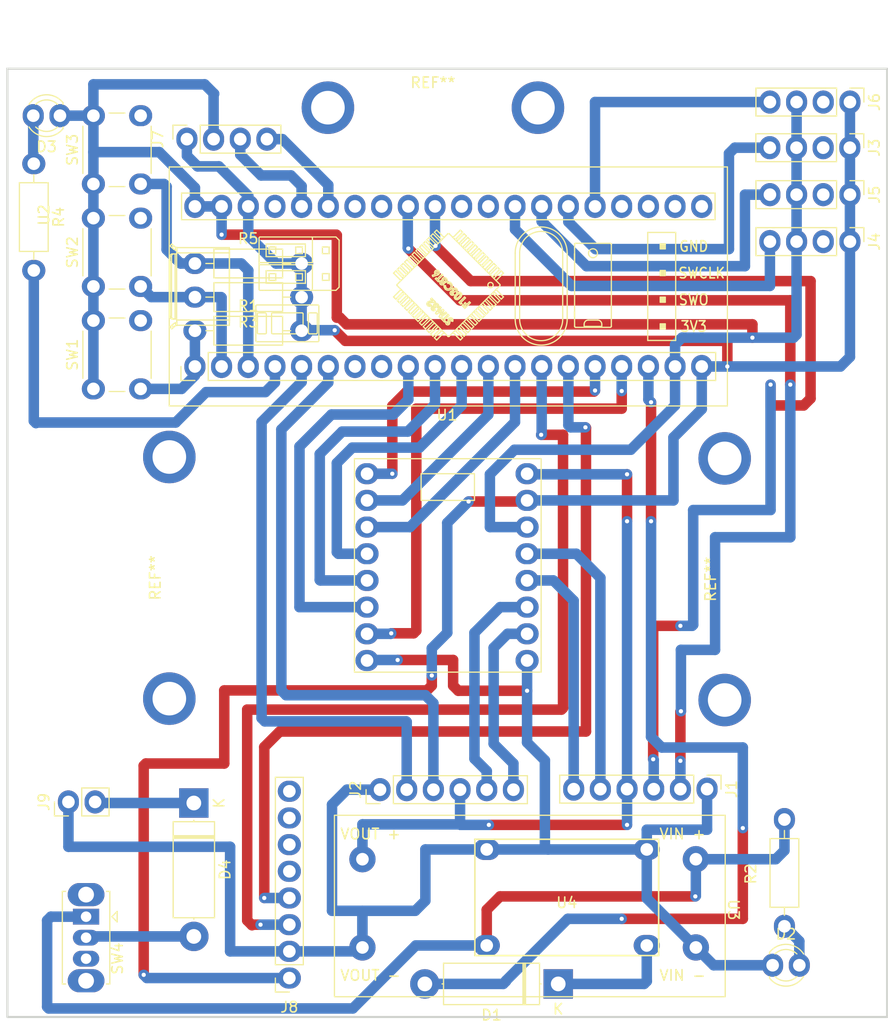
<source format=kicad_pcb>
(kicad_pcb (version 20211014) (generator pcbnew)
  (layers (0 "F.Cu" signal) (31 "B.Cu" signal) (34 "B.Paste" user) (35 "F.Paste" user) (36 "B.SilkS" user "B.Silkscreen") (37 "F.SilkS" user "F.Silkscreen") (38 "B.Mask" user) (39 "F.Mask" user) (44 "Edge.Cuts" user))
  (net 0 "")
  (net 1 "GND")
  (net 2 "Net-(D1-Pad2)")
  (net 3 "Net-(D2-Pad2)")
  (net 4 "Net-(D3-Pad2)")
  (net 10 "/AO1")
  (net 11 "/AO2")
  (net 12 "/VOut")
  (net 13 "/MA1")
  (net 14 "/MA2")
  (net 15 "/BO1")
  (net 16 "/BO2")
  (net 17 "/MB1")
  (net 18 "/MB2")
  (net 19 "/3.3v")
  (net 20 "/SHARP_D")
  (net 21 "/SHARP_I")
  (net 22 "/SHARP_C")
  (net 23 "/CNY70")
  (net 24 "/SCL")
  (net 25 "/SDA")
  (net 26 "/BTN1")
  (net 27 "/VIn")
  (net 28 "/BTN2")
  (net 29 "/Led")
  (net 30 "/BTN3")
  (net 31 "/PWMA")
  (net 32 "/AIN2")
  (net 33 "/AIN1")
  (net 34 "/STBY")
  (net 35 "/BIN1")
  (net 36 "/BIN2")
  (net 37 "/PWMB")
  (net 38 "/5v")
  (net 48 "Net-(D4-Pad1)")
  (net 49 "Net-(D4-Pad2)")
  (net 50 "/RX")
  (net 51 "/TX")
  (footprint "Connector_PinHeader_2.54mm:PinHeader_1x04_P2.54mm_Vertical" (layer "F.Cu") (at 258.3588 35.2044 -90)
    (fp_text reference "J4")
    (fp_text value "Conn_01x04_Male")
  )
  (footprint "Resistor_THT:R_Axial_DIN0207_L6.3mm_D2.5mm_P10.16mm_Horizontal" (layer "F.Cu") (at 252.1204 100.3808 90)
    (fp_text reference "R2")
    (fp_text value "R")
  )
  (footprint "LED_THT:LED_D3.0mm" (layer "F.Cu") (at 250.9978 104.0892)
    (fp_text reference "D2")
    (fp_text value "LED")
  )
  (footprint "Button_Switch_THT:SW_PUSH_6mm" (layer "F.Cu") (at 186.3196 49.224 90)
    (fp_text reference "SW1")
    (fp_text value "SW_Push")
  )
  (footprint "Resistor_THT:R_Axial_DIN0207_L6.3mm_D2.5mm_P10.16mm_Horizontal" (layer "F.Cu") (at 195.9864 43.688)
    (fp_text reference "R1")
    (fp_text value "R")
  )
  (footprint "Mini360_step-down:Mini360_step-down" (layer "F.Cu") (at 231.394 97.6376)
    (fp_text reference "U4")
    (fp_text value "Mini360")
  )
  (footprint "Resistor_THT:R_Axial_DIN0207_L6.3mm_D2.5mm_P10.16mm_Horizontal" (layer "F.Cu") (at 195.9864 37.2872)
    (fp_text reference "R5")
    (fp_text value "R")
  )
  (footprint "Footprints:YAAJ_BluePill_1" (layer "F.Cu") (at 195.9864 47.0916 90)
    (fp_text reference "U2")
    (fp_text value "YAAJ_BluePill_Part_Like_SWD_Breakout" hide)
  )
  (footprint "Connector_PinSocket_2.54mm:PinSocket_1x08_P2.54mm_Vertical" (layer "F.Cu") (at 204.978 105.3084 180)
    (fp_text reference "J8")
    (fp_text value "Conn_01x08_Female")
  )
  (footprint "Connector_PinHeader_2.54mm:PinHeader_1x04_P2.54mm_Vertical" (layer "F.Cu") (at 258.3588 30.734 -90)
    (fp_text reference "J5")
    (fp_text value "Conn_01x04_Male")
  )
  (footprint "Button_Switch_THT:SW_Slide_1P2T_CK_OS102011MS2Q" (layer "F.Cu") (at 185.6232 99.4664 -90)
    (fp_text reference "SW4")
    (fp_text value "SW_DPDT_x2")
  )
  (footprint "Connector_PinHeader_2.54mm:PinHeader_1x04_P2.54mm_Vertical" (layer "F.Cu") (at 258.3488 26.2636 -90)
    (fp_text reference "J3")
    (fp_text value "Conn_01x04_Male")
  )
  (footprint "Connector_PinHeader_2.54mm:PinHeader_1x04_P2.54mm_Vertical" (layer "F.Cu") (at 258.3588 21.9184 -90)
    (fp_text reference "J6")
    (fp_text value "Conn_01x04_Male")
  )
  (footprint "Connector_PinHeader_2.54mm:PinHeader_1x02_P2.54mm_Vertical" (layer "F.Cu") (at 183.9418 88.5444 90)
    (fp_text reference "J9")
    (fp_text value "Conn_01x02_Male")
  )
  (footprint "Connector_PinSocket_2.54mm:PinSocket_1x04_P2.54mm_Vertical" (layer "F.Cu") (at 195.2244 25.4508 90)
    (fp_text reference "J7")
    (fp_text value "Conn_01x04_Female")
  )
  (footprint "Connector_PinHeader_2.54mm:PinHeader_1x06_P2.54mm_Vertical" (layer "F.Cu") (at 244.7544 87.3252 -90)
    (fp_text reference "J1")
    (fp_text value "Conn_01x06_Female")
  )
  (footprint "Button_Switch_THT:SW_PUSH_6mm" (layer "F.Cu") (at 186.3196 39.4704 90)
    (fp_text reference "SW2")
    (fp_text value "SW_Push")
  )
  (footprint "Resistor_THT:R_Axial_DIN0207_L6.3mm_D2.5mm_P10.16mm_Horizontal" (layer "F.Cu") (at 180.6448 27.7876 -90)
    (fp_text reference "R4")
    (fp_text value "R")
  )
  (footprint "LED_THT:LED_D3.0mm" (layer "F.Cu") (at 183.134 23.2156 180)
    (fp_text reference "D3")
    (fp_text value "LED")
  )
  (footprint "Connector_PinHeader_2.54mm:PinHeader_1x06_P2.54mm_Vertical" (layer "F.Cu") (at 213.614 87.376 90)
    (fp_text reference "J2")
    (fp_text value "Conn_01x06_Female")
  )
  (footprint "propios:MT3608" (layer "F.Cu") (at 246.4816 98.1964 -90)
    (fp_text reference "U3")
    (fp_text value "Mt3608")
  )
  (footprint "propios:tb6612fng" (layer "F.Cu") (at 219.9956 52.2196)
    (fp_text reference "U1")
    (fp_text value "tb6612fng")
  )
  (footprint "propios:MotorHolder" (layer "F.Cu") (at 234.9308 67.3416 90)
    (fp_text reference "REF**")
    (fp_text value "MotorHolder")
  )
  (footprint "Resistor_THT:R_Axial_DIN0207_L6.3mm_D2.5mm_P10.16mm_Horizontal" (layer "F.Cu") (at 206.1464 40.4876 180)
    (fp_text reference "R3")
    (fp_text value "R")
  )
  (footprint "Diode_THT:D_5W_P12.70mm_Horizontal" (layer "F.Cu") (at 230.5812 105.8672 180)
    (fp_text reference "D1")
    (fp_text value "DIODE")
  )
  (footprint "Diode_THT:D_5W_P12.70mm_Horizontal" (layer "F.Cu") (at 195.8848 88.646 -90)
    (fp_text reference "D4")
    (fp_text value "DIODE")
  )
  (footprint "propios:MotorHolder" (layer "F.Cu") (at 182.0502 67.2084 90)
    (fp_text reference "REF**")
    (fp_text value "MotorHolder")
  )
  (footprint "propios:SharpHolder" (layer "F.Cu") (at 218.6508 12.4536)
    (fp_text reference "REF**")
    (fp_text value "SharpHolder")
  )
  (footprint "Button_Switch_THT:SW_PUSH_6mm" (layer "F.Cu") (at 186.3196 29.7168 90)
    (fp_text reference "SW3")
    (fp_text value "SW_Push")
  )
  (gr_rect (start 178.1302 18.7452) (end 261.8994 109.0168) (layer "Edge.Cuts") (width 0.2) (fill none))
  (segment (start 209.4484 34.544) (end 198.5264 34.544) (width 1) (layer "F.Cu") (net 1))
  (segment (start 221.0624 77.9588) (end 220.5736 77.47) (width 1) (layer "F.Cu") (net 1))
  (segment (start 210.433578 43.0784) (end 209.792858 42.43768) (width 1) (layer "F.Cu") (net 1))
  (segment (start 227.6156 77.9588) (end 221.0624 77.9588) (width 1) (layer "F.Cu") (net 1))
  (segment (start 209.792858 42.43768) (end 209.4992 42.43768) (width 1) (layer "F.Cu") (net 1))
  (segment (start 209.4992 34.5948) (end 209.4484 34.544) (width 1) (layer "F.Cu") (net 1))
  (segment (start 249.0724 44.3484) (end 249.0724 43.0784) (width 1) (layer "F.Cu") (net 1))
  (segment (start 209.4992 42.43768) (end 209.4992 34.5948) (width 1) (layer "F.Cu") (net 1))
  (segment (start 220.5736 77.47) (end 220.5736 75.0316) (width 1) (layer "F.Cu") (net 1))
  (segment (start 220.5736 75.0316) (end 215.2904 75.0316) (width 1) (layer "F.Cu") (net 1))
  (segment (start 249.0724 43.0784) (end 210.433578 43.0784) (width 1) (layer "F.Cu") (net 1))
  (via (at 215.2904 75.0316) (size 0.8) (drill 0.4) (layers "F.Cu" "B.Cu") (net 1))
  (via (at 249.0724 44.3484) (size 0.8) (drill 0.4) (layers "F.Cu" "B.Cu") (net 1))
  (via (at 227.6156 77.9588) (size 0.8) (drill 0.4) (layers "F.Cu" "B.Cu") (net 1))
  (via (at 198.5264 34.544) (size 0.8) (drill 0.4) (layers "F.Cu" "B.Cu") (net 1))
  (segment (start 186.3196 26.6848) (end 186.3196 23.2168) (width 1) (layer "B.Cu") (net 1))
  (segment (start 239.014 93.0676) (end 239.014 91.186) (width 1) (layer "B.Cu") (net 1))
  (segment (start 239.014 97.7228) (end 239.014 93.0676) (width 1) (layer "B.Cu") (net 1))
  (segment (start 195.9864 31.8516) (end 198.5264 31.8516) (width 1) (layer "B.Cu") (net 1))
  (segment (start 241.7064 50.8) (end 241.7064 47.0916) (width 1) (layer "B.Cu") (net 1))
  (segment (start 217.93 93.0676) (end 223.774 93.0676) (width 1) (layer "B.Cu") (net 1))
  (segment (start 244.7544 91.186) (end 244.7544 87.3252) (width 1) (layer "B.Cu") (net 1))
  (segment (start 196.9156 20.2332) (end 197.8152 21.1328) (width 1) (layer "B.Cu") (net 1))
  (segment (start 224.076 57.356) (end 226.4156 55.0164) (width 1) (layer "B.Cu") (net 1))
  (segment (start 239.014 93.0676) (end 229.614 93.0676) (width 1) (layer "B.Cu") (net 1))
  (segment (start 197.8152 21.1328) (end 197.7644 21.1836) (width 1) (layer "B.Cu") (net 1))
  (segment (start 241.7064 47.0916) (end 241.7064 45.0088) (width 1) (layer "B.Cu") (net 1))
  (segment (start 186.3184 23.2156) (end 186.3196 23.2168) (width 1) (layer "B.Cu") (net 1))
  (segment (start 211.9376 98.9076) (end 209.042 98.9076) (width 1) (layer "B.Cu") (net 1))
  (segment (start 211.9376 102.3964) (end 211.9376 98.9076) (width 1) (layer "B.Cu") (net 1))
  (segment (start 211.5656 102.7684) (end 211.9376 102.3964) (width 1) (layer "B.Cu") (net 1))
  (segment (start 186.3196 49.224) (end 186.3196 29.7168) (width 1) (layer "B.Cu") (net 1))
  (segment (start 210.4644 87.376) (end 213.614 87.376) (width 1) (layer "B.Cu") (net 1))
  (segment (start 211.9376 102.3964) (end 211.9376 99.06) (width 1) (layer "B.Cu") (net 1))
  (segment (start 253.2788 21.9184) (end 253.2788 35.2044) (width 1) (layer "B.Cu") (net 1))
  (segment (start 186.3196 26.6848) (end 192.5976 26.6848) (width 1) (layer "B.Cu") (net 1))
  (segment (start 253.2788 44.0536) (end 253.2788 35.2044) (width 1) (layer "B.Cu") (net 1))
  (segment (start 192.5976 26.6848) (end 195.9864 30.0736) (width 1) (layer "B.Cu") (net 1))
  (segment (start 250.9978 104.0892) (end 245.3804 104.0892) (width 1) (layer "B.Cu") (net 1))
  (segment (start 224.076 62.3796) (end 224.076 57.356) (width 1) (layer "B.Cu") (net 1))
  (segment (start 243.6876 102.3964) (end 239.014 97.7228) (width 1) (layer "B.Cu") (net 1))
  (segment (start 226.4156 55.0164) (end 237.49 55.0164) (width 1) (layer "B.Cu") (net 1))
  (segment (start 195.9864 30.0736) (end 195.9864 31.8516) (width 1) (layer "B.Cu") (net 1))
  (segment (start 204.978 102.7684) (end 211.5656 102.7684) (width 1) (layer "B.Cu") (net 1))
  (segment (start 252.984 44.3484) (end 253.2788 44.0536) (width 1) (layer "B.Cu") (net 1))
  (segment (start 227.6156 82.8864) (end 229.3112 84.582) (width 1) (layer "B.Cu") (net 1))
  (segment (start 227.6156 75.0796) (end 227.6156 77.9588) (width 1) (layer "B.Cu") (net 1))
  (segment (start 199.3392 92.8116) (end 183.9418 92.8116) (width 1) (layer "B.Cu") (net 1))
  (segment (start 209.042 98.9076) (end 209.042 88.7984) (width 1) (layer "B.Cu") (net 1))
  (segment (start 229.3112 92.7648) (end 229.614 93.0676) (width 1) (layer "B.Cu") (net 1))
  (segment (start 199.3392 102.7684) (end 199.3392 92.8116) (width 1) (layer "B.Cu") (net 1))
  (segment (start 227.6156 77.9588) (end 227.6156 82.8864) (width 1) (layer "B.Cu") (net 1))
  (segment (start 245.3804 104.0892) (end 243.6876 102.3964) (width 1) (layer "B.Cu") (net 1))
  (segment (start 229.614 93.0676) (end 223.774 93.0676) (width 1) (layer "B.Cu") (net 1))
  (segment (start 237.49 55.0164) (end 241.7064 50.8) (width 1) (layer "B.Cu") (net 1))
  (segment (start 209.042 88.7984) (end 210.4644 87.376) (width 1) (layer "B.Cu") (net 1))
  (segment (start 186.3196 29.7168) (end 186.3196 26.6848) (width 1) (layer "B.Cu") (net 1))
  (segment (start 183.134 23.2156) (end 186.3184 23.2156) (width 1) (layer "B.Cu") (net 1))
  (segment (start 212.4236 75.0316) (end 212.3756 75.0796) (width 1) (layer "B.Cu") (net 1))
  (segment (start 198.5264 34.544) (end 198.5264 31.8516) (width 1) (layer "B.Cu") (net 1))
  (segment (start 217.93 97.9444) (end 217.93 93.0676) (width 1) (layer "B.Cu") (net 1))
  (segment (start 204.978 102.7684) (end 199.3392 102.7684) (width 1) (layer "B.Cu") (net 1))
  (segment (start 241.7064 45.0088) (end 242.3668 44.3484) (width 1) (layer "B.Cu") (net 1))
  (segment (start 216.9668 98.9076) (end 217.93 97.9444) (width 1) (layer "B.Cu") (net 1))
  (segment (start 227.6156 62.3796) (end 224.076 62.3796) (width 1) (layer "B.Cu") (net 1))
  (segment (start 186.3196 20.2332) (end 196.9156 20.2332) (width 1) (layer "B.Cu") (net 1))
  (segment (start 242.3668 44.3484) (end 252.984 44.3484) (width 1) (layer "B.Cu") (net 1))
  (segment (start 197.7644 21.1836) (end 197.7644 25.4508) (width 1) (layer "B.Cu") (net 1))
  (segment (start 211.9376 98.9076) (end 216.9668 98.9076) (width 1) (layer "B.Cu") (net 1))
  (segment (start 186.3196 23.2168) (end 186.3196 20.2332) (width 1) (layer "B.Cu") (net 1))
  (segment (start 229.3112 84.582) (end 229.3112 92.7648) (width 1) (layer "B.Cu") (net 1))
  (segment (start 215.2904 75.0316) (end 212.4236 75.0316) (width 1) (layer "B.Cu") (net 1))
  (segment (start 239.014 91.186) (end 244.7544 91.186) (width 1) (layer "B.Cu") (net 1))
  (segment (start 183.9418 92.8116) (end 183.9418 88.5444) (width 1) (layer "B.Cu") (net 1))
  (segment (start 236.6264 99.6696) (end 248.158 99.6696) (width 1) (layer "F.Cu") (net 2))
  (segment (start 239.4204 50.4952) (end 239.4204 61.8236) (width 1) (layer "F.Cu") (net 2))
  (segment (start 248.158 99.6696) (end 248.158 91.0336) (width 1) (layer "F.Cu") (net 2))
  (via (at 239.4204 50.4952) (size 0.8) (drill 0.4) (layers "F.Cu" "B.Cu") (net 2))
  (via (at 236.6264 99.6696) (size 0.8) (drill 0.4) (layers "F.Cu" "B.Cu") (net 2))
  (via (at 248.158 91.0336) (size 0.8) (drill 0.4) (layers "F.Cu" "B.Cu") (net 2))
  (via (at 239.4204 61.8236) (size 0.8) (drill 0.4) (layers "F.Cu" "B.Cu") (net 2))
  (segment (start 239.1664 50.2412) (end 239.1664 47.0916) (width 1) (layer "B.Cu") (net 2))
  (segment (start 236.6264 99.6696) (end 231.4956 99.6696) (width 1) (layer "B.Cu") (net 2))
  (segment (start 231.4956 99.6696) (end 225.6028 105.5624) (width 1) (layer "B.Cu") (net 2))
  (segment (start 239.4204 50.4952) (end 239.1664 50.2412) (width 1) (layer "B.Cu") (net 2))
  (segment (start 225.6028 105.5624) (end 225.6028 105.6132) (width 1) (layer "B.Cu") (net 2))
  (segment (start 248.158 83.3628) (end 240.4364 83.3628) (width 1) (layer "B.Cu") (net 2))
  (segment (start 239.4204 82.3468) (end 239.4204 61.8236) (width 1) (layer "B.Cu") (net 2))
  (segment (start 225.6028 105.6132) (end 225.3488 105.8672) (width 1) (layer "B.Cu") (net 2))
  (segment (start 240.4364 83.3628) (end 239.4204 82.3468) (width 1) (layer "B.Cu") (net 2))
  (segment (start 248.158 91.0336) (end 248.158 83.3628) (width 1) (layer "B.Cu") (net 2))
  (segment (start 225.3488 105.8672) (end 217.8812 105.8672) (width 1) (layer "B.Cu") (net 2))
  (segment (start 253.5378 104.0892) (end 253.5378 101.7982) (width 1) (layer "B.Cu") (net 3))
  (segment (start 253.5378 101.7982) (end 252.1204 100.3808) (width 1) (layer "B.Cu") (net 3))
  (segment (start 180.594 23.2156) (end 180.594 27.7368) (width 1) (layer "B.Cu") (net 4))
  (segment (start 180.594 27.7368) (end 180.6448 27.7876) (width 1) (layer "B.Cu") (net 4))
  (segment (start 232.3056 64.9196) (end 234.5944 67.2084) (width 1) (layer "B.Cu") (net 10))
  (segment (start 227.6156 64.9196) (end 232.3056 64.9196) (width 1) (layer "B.Cu") (net 10))
  (segment (start 234.5944 67.2084) (end 234.5944 87.3252) (width 1) (layer "B.Cu") (net 10))
  (segment (start 230.1212 67.4596) (end 227.6156 67.4596) (width 1) (layer "B.Cu") (net 11))
  (segment (start 232.0544 69.3928) (end 230.1212 67.4596) (width 1) (layer "B.Cu") (net 11))
  (segment (start 232.0544 87.3252) (end 232.0544 69.3928) (width 1) (layer "B.Cu") (net 11))
  (segment (start 237.1344 57.3532) (end 237.1344 61.8236) (width 1) (layer "F.Cu") (net 12))
  (segment (start 237.1344 90.7288) (end 223.9772 90.7288) (width 1) (layer "F.Cu") (net 12))
  (via (at 223.9772 90.7288) (size 0.8) (drill 0.4) (layers "F.Cu" "B.Cu") (net 12))
  (via (at 237.1344 61.8236) (size 0.8) (drill 0.4) (layers "F.Cu" "B.Cu") (net 12))
  (via (at 237.1344 57.3532) (size 0.8) (drill 0.4) (layers "F.Cu" "B.Cu") (net 12))
  (via (at 237.1344 90.7288) (size 0.8) (drill 0.4) (layers "F.Cu" "B.Cu") (net 12))
  (segment (start 223.9772 90.7288) (end 221.2848 90.7288) (width 1) (layer "B.Cu") (net 12))
  (segment (start 221.234 90.678) (end 221.234 87.376) (width 1) (layer "B.Cu") (net 12))
  (segment (start 211.9376 90.678) (end 221.234 90.678) (width 1) (layer "B.Cu") (net 12))
  (segment (start 211.9376 93.9964) (end 211.9376 90.678) (width 1) (layer "B.Cu") (net 12))
  (segment (start 227.6692 57.3532) (end 227.6156 57.2996) (width 1) (layer "B.Cu") (net 12))
  (segment (start 237.1344 87.3252) (end 237.1344 90.7288) (width 1) (layer "B.Cu") (net 12))
  (segment (start 237.1344 57.3532) (end 227.6692 57.3532) (width 1) (layer "B.Cu") (net 12))
  (segment (start 221.2848 90.7288) (end 221.234 90.678) (width 1) (layer "B.Cu") (net 12))
  (segment (start 237.1344 61.8236) (end 237.1344 87.3252) (width 1) (layer "B.Cu") (net 12))
  (segment (start 252.6792 40.7924) (end 221.234 40.7924) (width 1) (layer "F.Cu") (net 13))
  (segment (start 242.2144 79.9592) (end 242.2652 79.9084) (width 1) (layer "F.Cu") (net 13))
  (segment (start 252.6792 48.8188) (end 252.6792 40.7924) (width 1) (layer "F.Cu") (net 13))
  (segment (start 221.234 40.7924) (end 216.3064 35.8648) (width 1) (layer "F.Cu") (net 13))
  (segment (start 242.2144 84.6328) (end 242.2144 79.9592) (width 1) (layer "F.Cu") (net 13))
  (via (at 216.3064 35.8648) (size 0.8) (drill 0.4) (layers "F.Cu" "B.Cu") (net 13))
  (via (at 242.2652 79.9084) (size 0.8) (drill 0.4) (layers "F.Cu" "B.Cu") (net 13))
  (via (at 242.2144 84.6328) (size 0.8) (drill 0.4) (layers "F.Cu" "B.Cu") (net 13))
  (via (at 252.6792 48.8188) (size 0.8) (drill 0.4) (layers "F.Cu" "B.Cu") (net 13))
  (segment (start 242.2144 87.3252) (end 242.2144 84.6328) (width 1) (layer "B.Cu") (net 13))
  (segment (start 216.2556 31.9024) (end 216.3064 31.8516) (width 1) (layer "B.Cu") (net 13))
  (segment (start 245.5164 74.0664) (end 242.2652 74.0664) (width 1) (layer "B.Cu") (net 13))
  (segment (start 242.2652 74.0664) (end 242.2652 79.9084) (width 1) (layer "B.Cu") (net 13))
  (segment (start 216.2556 35.814) (end 216.2556 31.9024) (width 1) (layer "B.Cu") (net 13))
  (segment (start 216.3064 35.8648) (end 216.2556 35.814) (width 1) (layer "B.Cu") (net 13))
  (segment (start 252.6792 63.3476) (end 245.5164 63.3476) (width 1) (layer "B.Cu") (net 13))
  (segment (start 252.6792 48.8188) (end 252.6792 63.3476) (width 1) (layer "B.Cu") (net 13))
  (segment (start 245.5164 63.3476) (end 245.5164 74.0664) (width 1) (layer "B.Cu") (net 13))
  (segment (start 239.6236 71.7804) (end 239.6236 84.4804) (width 1) (layer "F.Cu") (net 14))
  (segment (start 254.6096 38.9636) (end 254.6096 50.1396) (width 1) (layer "F.Cu") (net 14))
  (segment (start 250.7996 50.8) (end 250.7996 48.8188) (width 1) (layer "F.Cu") (net 14))
  (segment (start 253.9492 50.8) (end 250.7996 50.8) (width 1) (layer "F.Cu") (net 14))
  (segment (start 254.6096 50.1396) (end 253.9492 50.8) (width 1) (layer "F.Cu") (net 14))
  (segment (start 218.8972 35.6108) (end 222.25 38.9636) (width 1) (layer "F.Cu") (net 14))
  (segment (start 222.25 38.9636) (end 254.6096 38.9636) (width 1) (layer "F.Cu") (net 14))
  (segment (start 242.2144 71.7804) (end 239.6236 71.7804) (width 1) (layer "F.Cu") (net 14))
  (via (at 250.7996 48.8188) (size 0.8) (drill 0.4) (layers "F.Cu" "B.Cu") (net 14))
  (via (at 218.8972 35.6108) (size 0.8) (drill 0.4) (layers "F.Cu" "B.Cu") (net 14))
  (via (at 239.6236 84.4804) (size 0.8) (drill 0.4) (layers "F.Cu" "B.Cu") (net 14))
  (via (at 242.2144 71.7804) (size 0.8) (drill 0.4) (layers "F.Cu" "B.Cu") (net 14))
  (segment (start 239.6744 87.3252) (end 239.6744 84.5312) (width 1) (layer "B.Cu") (net 14))
  (segment (start 243.4336 71.6788) (end 243.4336 60.7568) (width 1) (layer "B.Cu") (net 14))
  (segment (start 243.332 71.7804) (end 243.4336 71.6788) (width 1) (layer "B.Cu") (net 14))
  (segment (start 250.7996 60.7568) (end 250.7996 48.8188) (width 1) (layer "B.Cu") (net 14))
  (segment (start 218.8464 35.56) (end 218.8972 35.6108) (width 1) (layer "B.Cu") (net 14))
  (segment (start 239.6744 84.5312) (end 239.6236 84.4804) (width 1) (layer "B.Cu") (net 14))
  (segment (start 242.2144 71.7804) (end 243.332 71.7804) (width 1) (layer "B.Cu") (net 14))
  (segment (start 218.8464 31.8516) (end 218.8464 35.56) (width 1) (layer "B.Cu") (net 14))
  (segment (start 243.4336 60.7568) (end 250.7996 60.7568) (width 1) (layer "B.Cu") (net 14))
  (segment (start 224.4344 73.8632) (end 225.758 72.5396) (width 1) (layer "B.Cu") (net 15))
  (segment (start 224.4344 83.0072) (end 224.4344 73.8632) (width 1) (layer "B.Cu") (net 15))
  (segment (start 225.758 72.5396) (end 227.6156 72.5396) (width 1) (layer "B.Cu") (net 15))
  (segment (start 226.314 84.8868) (end 224.4344 83.0072) (width 1) (layer "B.Cu") (net 15))
  (segment (start 226.314 87.376) (end 226.314 84.8868) (width 1) (layer "B.Cu") (net 15))
  (segment (start 223.774 87.376) (end 223.774 85.598) (width 1) (layer "B.Cu") (net 16))
  (segment (start 225.0468 69.9996) (end 227.6156 69.9996) (width 1) (layer "B.Cu") (net 16))
  (segment (start 222.6056 84.4296) (end 222.6056 72.4408) (width 1) (layer "B.Cu") (net 16))
  (segment (start 222.6056 72.4408) (end 225.0468 69.9996) (width 1) (layer "B.Cu") (net 16))
  (segment (start 223.774 85.598) (end 222.6056 84.4296) (width 1) (layer "B.Cu") (net 16))
  (segment (start 202.6412 80.8736) (end 216.1032 80.8736) (width 1) (layer "B.Cu") (net 17))
  (segment (start 202.3364 80.5688) (end 202.6412 80.8736) (width 1) (layer "B.Cu") (net 17))
  (segment (start 206.1464 47.0916) (end 206.1464 48.5648) (width 1) (layer "B.Cu") (net 17))
  (segment (start 202.3364 52.3748) (end 202.3364 80.5688) (width 1) (layer "B.Cu") (net 17))
  (segment (start 216.154 80.9244) (end 216.1032 80.8736) (width 1) (layer "B.Cu") (net 17))
  (segment (start 216.154 87.376) (end 216.154 80.9244) (width 1) (layer "B.Cu") (net 17))
  (segment (start 206.1464 48.5648) (end 202.3364 52.3748) (width 1) (layer "B.Cu") (net 17))
  (segment (start 217.932 78.3844) (end 204.6732 78.3844) (width 1) (layer "B.Cu") (net 18))
  (segment (start 204.216 53.086) (end 208.6864 48.6156) (width 1) (layer "B.Cu") (net 18))
  (segment (start 218.694 79.1464) (end 217.932 78.3844) (width 1) (layer "B.Cu") (net 18))
  (segment (start 208.6864 48.6156) (end 208.6864 47.0916) (width 1) (layer "B.Cu") (net 18))
  (segment (start 204.216 77.9272) (end 204.216 53.086) (width 1) (layer "B.Cu") (net 18))
  (segment (start 218.694 87.376) (end 218.694 79.1464) (width 1) (layer "B.Cu") (net 18))
  (segment (start 204.6732 78.3844) (end 204.216 77.9272) (width 1) (layer "B.Cu") (net 18))
  (segment (start 218.0844 77.9272) (end 198.7804 77.9272) (width 1) (layer "F.Cu") (net 19))
  (segment (start 246.6848 47.0916) (end 246.6848 44.6532) (width 1) (layer "F.Cu") (net 19))
  (segment (start 246.6848 44.6532) (end 210.312 44.6532) (width 1) (layer "F.Cu") (net 19))
  (segment (start 198.7804 77.9272) (end 198.7804 84.8868) (width 1) (layer "F.Cu") (net 19))
  (segment (start 222.0468 59.944) (end 227.5112 59.944) (width 1) (layer "F.Cu") (net 19))
  (segment (start 218.5416 76.5048) (end 218.5416 77.47) (width 1) (layer "F.Cu") (net 19))
  (segment (start 210.312 44.6532) (end 209.296 43.6372) (width 1) (layer "F.Cu") (net 19))
  (segment (start 218.5416 77.47) (end 218.0844 77.9272) (width 1) (layer "F.Cu") (net 19))
  (segment (start 227.5112 59.944) (end 227.6156 59.8396) (width 1) (layer "F.Cu") (net 19))
  (segment (start 191.1096 85.09) (end 191.1096 105.0036) (width 1) (layer "F.Cu") (net 19))
  (segment (start 191.3128 84.8868) (end 191.1096 85.09) (width 1) (layer "F.Cu") (net 19))
  (segment (start 198.7804 84.8868) (end 191.3128 84.8868) (width 1) (layer "F.Cu") (net 19))
  (via (at 246.6848 47.0916) (size 0.8) (drill 0.4) (layers "F.Cu" "B.Cu") (net 19))
  (via (at 218.5416 76.5048) (size 0.8) (drill 0.4) (layers "F.Cu" "B.Cu") (net 19))
  (via (at 222.0468 59.944) (size 0.8) (drill 0.4) (layers "F.Cu" "B.Cu") (net 19))
  (via (at 191.1096 105.0036) (size 0.8) (drill 0.4) (layers "F.Cu" "B.Cu") (net 19))
  (via (at 209.296 43.6372) (size 0.8) (drill 0.4) (layers "F.Cu" "B.Cu") (net 19))
  (segment (start 201.0664 30.8356) (end 198.2724 28.0416) (width 1) (layer "B.Cu") (net 19))
  (segment (start 258.3588 46.1872) (end 258.3588 35.2044) (width 1) (layer "B.Cu") (net 19))
  (segment (start 220.0148 61.976) (end 222.0468 59.944) (width 1) (layer "B.Cu") (net 19))
  (segment (start 203.708 37.2872) (end 206.1464 37.2872) (width 1) (layer "B.Cu") (net 19))
  (segment (start 241.554 59.8396) (end 241.554 53.848) (width 1) (layer "B.Cu") (net 19))
  (segment (start 209.296 43.6372) (end 206.1972 43.6372) (width 1) (layer "B.Cu") (net 19))
  (segment (start 201.0664 31.8516) (end 201.0664 30.8356) (width 1) (layer "B.Cu") (net 19))
  (segment (start 198.2724 28.0416) (end 196.2404 28.0416) (width 1) (layer "B.Cu") (net 19))
  (segment (start 258.3588 21.9184) (end 258.3588 35.2044) (width 1) (layer "B.Cu") (net 19))
  (segment (start 218.5416 76.5048) (end 218.5416 73.914) (width 1) (layer "B.Cu") (net 19))
  (segment (start 204.978 105.3084) (end 191.4144 105.3084) (width 1) (layer "B.Cu") (net 19))
  (segment (start 227.6156 59.8396) (end 241.554 59.8396) (width 1) (layer "B.Cu") (net 19))
  (segment (start 218.5416 73.914) (end 220.0148 72.4408) (width 1) (layer "B.Cu") (net 19))
  (segment (start 244.2464 47.0916) (end 257.4544 47.0916) (width 1) (layer "B.Cu") (net 19))
  (segment (start 241.554 53.848) (end 244.2464 51.1556) (width 1) (layer "B.Cu") (net 19))
  (segment (start 201.0664 31.8516) (end 201.0664 34.6456) (width 1) (layer "B.Cu") (net 19))
  (segment (start 195.2244 27.0256) (end 196.2404 28.0416) (width 1) (layer "B.Cu") (net 19))
  (segment (start 220.0148 72.4408) (end 220.0148 61.976) (width 1) (layer "B.Cu") (net 19))
  (segment (start 201.0664 34.6456) (end 203.708 37.2872) (width 1) (layer "B.Cu") (net 19))
  (segment (start 191.4144 105.3084) (end 191.1096 105.0036) (width 1) (layer "B.Cu") (net 19))
  (segment (start 206.1972 43.6372) (end 206.1464 43.688) (width 1) (layer "B.Cu") (net 19))
  (segment (start 195.2244 25.4508) (end 195.2244 27.0256) (width 1) (layer "B.Cu") (net 19))
  (segment (start 206.1464 43.688) (end 206.1464 37.2872) (width 1) (layer "B.Cu") (net 19))
  (segment (start 257.4544 47.0916) (end 258.3588 46.1872) (width 1) (layer "B.Cu") (net 19))
  (segment (start 244.2464 51.1556) (end 244.2464 47.0916) (width 1) (layer "B.Cu") (net 19))
  (segment (start 231.5464 31.8516) (end 231.5464 33.3248) (width 1) (layer "B.Cu") (net 20))
  (segment (start 234.1372 35.9156) (end 246.8372 35.9156) (width 1) (layer "B.Cu") (net 20))
  (segment (start 231.5464 33.3248) (end 234.1372 35.9156) (width 1) (layer "B.Cu") (net 20))
  (segment (start 246.8372 26.8224) (end 247.396 26.2636) (width 1) (layer "B.Cu") (net 20))
  (segment (start 246.8372 35.9156) (end 246.8372 26.8224) (width 1) (layer "B.Cu") (net 20))
  (segment (start 247.396 26.2636) (end 250.7288 26.2636) (width 1) (layer "B.Cu") (net 20))
  (segment (start 250.7388 35.2044) (end 250.7388 39.4208) (width 1) (layer "B.Cu") (net 21))
  (segment (start 226.4664 34.036) (end 226.4664 31.8516) (width 1) (layer "B.Cu") (net 21))
  (segment (start 250.7388 39.4208) (end 231.8512 39.4208) (width 1) (layer "B.Cu") (net 21))
  (segment (start 231.8512 39.4208) (end 226.4664 34.036) (width 1) (layer "B.Cu") (net 21))
  (segment (start 229.0064 33.274) (end 229.0064 31.8516) (width 1) (layer "B.Cu") (net 22))
  (segment (start 250.7388 30.734) (end 248.3612 30.734) (width 1) (layer "B.Cu") (net 22))
  (segment (start 248.3612 30.734) (end 248.3612 37.5412) (width 1) (layer "B.Cu") (net 22))
  (segment (start 233.2736 37.5412) (end 229.0064 33.274) (width 1) (layer "B.Cu") (net 22))
  (segment (start 248.3612 37.5412) (end 233.2736 37.5412) (width 1) (layer "B.Cu") (net 22))
  (segment (start 234.0864 21.9184) (end 250.7388 21.9184) (width 1) (layer "B.Cu") (net 23))
  (segment (start 234.0864 31.8516) (end 234.0864 21.9184) (width 1) (layer "B.Cu") (net 23))
  (segment (start 228.9556 53.594) (end 231.0384 53.594) (width 1) (layer "F.Cu") (net 24))
  (segment (start 201.4728 100.2284) (end 202.2348 100.2284) (width 1) (layer "F.Cu") (net 24))
  (segment (start 201.422 100.2792) (end 201.4728 100.2284) (width 1) (layer "F.Cu") (net 24))
  (segment (start 200.9648 99.822) (end 201.422 100.2792) (width 1) (layer "F.Cu") (net 24))
  (segment (start 230.886 79.756) (end 200.9648 79.756) (width 1) (layer "F.Cu") (net 24))
  (segment (start 200.9648 79.756) (end 200.9648 99.822) (width 1) (layer "F.Cu") (net 24))
  (segment (start 231.0384 53.594) (end 231.0384 79.6036) (width 1) (layer "F.Cu") (net 24))
  (segment (start 231.0384 79.6036) (end 230.886 79.756) (width 1) (layer "F.Cu") (net 24))
  (via (at 202.2348 100.2284) (size 0.8) (drill 0.4) (layers "F.Cu" "B.Cu") (net 24))
  (via (at 228.9556 53.594) (size 0.8) (drill 0.4) (layers "F.Cu" "B.Cu") (net 24))
  (segment (start 229.0064 53.5432) (end 228.9556 53.594) (width 1) (layer "B.Cu") (net 24))
  (segment (start 229.0064 47.0916) (end 229.0064 53.5432) (width 1) (layer "B.Cu") (net 24))
  (segment (start 202.2348 100.2284) (end 204.978 100.2284) (width 1) (layer "B.Cu") (net 24))
  (segment (start 233.2228 52.9336) (end 233.172 52.8828) (width 1) (layer "F.Cu") (net 25))
  (segment (start 233.2228 81.8388) (end 233.2228 52.9336) (width 1) (layer "F.Cu") (net 25))
  (segment (start 202.5904 83.312) (end 204.0636 81.8388) (width 1) (layer "F.Cu") (net 25))
  (segment (start 202.5904 97.6884) (end 202.5904 83.312) (width 1) (layer "F.Cu") (net 25))
  (segment (start 204.0636 81.8388) (end 233.2228 81.8388) (width 1) (layer "F.Cu") (net 25))
  (via (at 202.5904 97.6884) (size 0.8) (drill 0.4) (layers "F.Cu" "B.Cu") (net 25))
  (via (at 233.172 52.8828) (size 0.8) (drill 0.4) (layers "F.Cu" "B.Cu") (net 25))
  (segment (start 231.7496 52.8828) (end 231.5464 52.6796) (width 1) (layer "B.Cu") (net 25))
  (segment (start 231.5464 52.6796) (end 231.5464 47.0916) (width 1) (layer "B.Cu") (net 25))
  (segment (start 233.172 52.8828) (end 231.7496 52.8828) (width 1) (layer "B.Cu") (net 25))
  (segment (start 204.978 97.6884) (end 202.5904 97.6884) (width 1) (layer "B.Cu") (net 25))
  (segment (start 195.9864 47.0916) (end 195.9864 47.9552) (width 1) (layer "B.Cu") (net 26))
  (segment (start 194.7176 49.224) (end 190.8196 49.224) (width 1) (layer "B.Cu") (net 26))
  (segment (start 195.9864 47.9552) (end 194.7176 49.224) (width 1) (layer "B.Cu") (net 26))
  (segment (start 195.9864 47.0916) (end 195.9864 43.688) (width 1) (layer "B.Cu") (net 26))
  (segment (start 223.774 98.806) (end 223.774 102.2076) (width 1) (layer "F.Cu") (net 27))
  (segment (start 243.6368 97.536) (end 225.044 97.536) (width 1) (layer "F.Cu") (net 27))
  (segment (start 225.044 97.536) (end 223.774 98.806) (width 1) (layer "F.Cu") (net 27))
  (via (at 243.6368 97.536) (size 0.8) (drill 0.4) (layers "F.Cu" "B.Cu") (net 27))
  (segment (start 243.6876 97.4852) (end 243.6368 97.536) (width 1) (layer "B.Cu") (net 27))
  (segment (start 217.0196 102.2076) (end 211.0232 108.204) (width 1) (layer "B.Cu") (net 27))
  (segment (start 181.9148 99.822) (end 181.9148 108.0516) (width 1) (layer "B.Cu") (net 27))
  (segment (start 252.1204 93.1672) (end 252.1204 90.2208) (width 1) (layer "B.Cu") (net 27))
  (segment (start 251.2912 93.9964) (end 252.1204 93.1672) (width 1) (layer "B.Cu") (net 27))
  (segment (start 185.6232 99.4664) (end 182.2704 99.4664) (width 1) (layer "B.Cu") (net 27))
  (segment (start 182.2704 99.4664) (end 181.9148 99.822) (width 1) (layer "B.Cu") (net 27))
  (segment (start 223.774 102.2076) (end 217.0196 102.2076) (width 1) (layer "B.Cu") (net 27))
  (segment (start 243.6876 93.9964) (end 243.6876 97.4852) (width 1) (layer "B.Cu") (net 27))
  (segment (start 251.9336 90.034) (end 252.1204 90.2208) (width 1) (layer "B.Cu") (net 27))
  (segment (start 243.8236 94.1324) (end 243.6876 93.9964) (width 1) (layer "B.Cu") (net 27))
  (segment (start 211.0232 108.204) (end 182.0672 108.204) (width 1) (layer "B.Cu") (net 27))
  (segment (start 243.6876 93.9964) (end 251.2912 93.9964) (width 1) (layer "B.Cu") (net 27))
  (segment (start 181.9148 108.0516) (end 182.0672 108.204) (width 1) (layer "B.Cu") (net 27))
  (segment (start 198.5264 47.0916) (end 198.5264 40.5384) (width 1) (layer "B.Cu") (net 28))
  (segment (start 198.4756 40.4876) (end 195.9864 40.4876) (width 1) (layer "B.Cu") (net 28))
  (segment (start 191.8368 40.4876) (end 190.8196 39.4704) (width 1) (layer "B.Cu") (net 28))
  (segment (start 195.9864 40.4876) (end 191.8368 40.4876) (width 1) (layer "B.Cu") (net 28))
  (segment (start 198.5264 40.5384) (end 198.4756 40.4876) (width 1) (layer "B.Cu") (net 28))
  (segment (start 180.6448 37.9476) (end 180.6448 52.2732) (width 1) (layer "B.Cu") (net 29))
  (segment (start 180.848 52.4764) (end 180.8988 52.4256) (width 1) (layer "B.Cu") (net 29))
  (segment (start 197.0532 49.53) (end 202.692 49.53) (width 1) (layer "B.Cu") (net 29))
  (segment (start 194.1576 52.4256) (end 197.0532 49.53) (width 1) (layer "B.Cu") (net 29))
  (segment (start 180.8988 52.4256) (end 194.1576 52.4256) (width 1) (layer "B.Cu") (net 29))
  (segment (start 202.692 49.53) (end 203.6064 48.6156) (width 1) (layer "B.Cu") (net 29))
  (segment (start 203.6064 48.6156) (end 203.6064 47.0916) (width 1) (layer "B.Cu") (net 29))
  (segment (start 180.6448 52.2732) (end 180.848 52.4764) (width 1) (layer "B.Cu") (net 29))
  (segment (start 193.0388 29.7168) (end 193.294 29.972) (width 1) (layer "B.Cu") (net 30))
  (segment (start 194.6148 37.2872) (end 193.294 35.9664) (width 1) (layer "B.Cu") (net 30))
  (segment (start 193.294 35.9664) (end 193.294 29.972) (width 1) (layer "B.Cu") (net 30))
  (segment (start 200.406 37.2872) (end 195.9864 37.2872) (width 1) (layer "B.Cu") (net 30))
  (segment (start 190.8196 29.7168) (end 193.0388 29.7168) (width 1) (layer "B.Cu") (net 30))
  (segment (start 195.9864 37.2872) (end 194.6148 37.2872) (width 1) (layer "B.Cu") (net 30))
  (segment (start 201.0664 37.9476) (end 200.406 37.2872) (width 1) (layer "B.Cu") (net 30))
  (segment (start 201.0664 47.0916) (end 201.0664 37.9476) (width 1) (layer "B.Cu") (net 30))
  (segment (start 233.9848 49.4792) (end 216.154 49.4792) (width 1) (layer "F.Cu") (net 31))
  (segment (start 234.0864 49.3776) (end 233.9848 49.4792) (width 1) (layer "F.Cu") (net 31))
  (segment (start 214.7824 50.8508) (end 214.7824 57.3024) (width 1) (layer "F.Cu") (net 31))
  (segment (start 216.154 49.4792) (end 214.7824 50.8508) (width 1) (layer "F.Cu") (net 31))
  (via (at 214.7824 57.3024) (size 0.8) (drill 0.4) (layers "F.Cu" "B.Cu") (net 31))
  (via (at 234.0864 49.3776) (size 0.8) (drill 0.4) (layers "F.Cu" "B.Cu") (net 31))
  (segment (start 212.3784 57.3024) (end 212.3756 57.2996) (width 1) (layer "B.Cu") (net 31))
  (segment (start 234.0864 47.0916) (end 234.0864 49.3776) (width 1) (layer "B.Cu") (net 31))
  (segment (start 214.7824 57.3024) (end 212.3784 57.3024) (width 1) (layer "B.Cu") (net 31))
  (segment (start 215.7504 59.8396) (end 223.9264 51.6636) (width 1) (layer "B.Cu") (net 32))
  (segment (start 212.3756 59.8396) (end 215.7504 59.8396) (width 1) (layer "B.Cu") (net 32))
  (segment (start 223.9264 51.6636) (end 223.9264 47.0916) (width 1) (layer "B.Cu") (net 32))
  (segment (start 216.4616 62.3796) (end 226.4664 52.3748) (width 1) (layer "B.Cu") (net 33))
  (segment (start 212.3756 62.3796) (end 216.4616 62.3796) (width 1) (layer "B.Cu") (net 33))
  (segment (start 226.4664 52.3748) (end 226.4664 47.0916) (width 1) (layer "B.Cu") (net 33))
  (segment (start 212.3756 64.9196) (end 209.6488 64.9196) (width 1) (layer "B.Cu") (net 34))
  (segment (start 217.3732 54.8132) (end 221.3864 50.8) (width 1) (layer "B.Cu") (net 34))
  (segment (start 210.9724 54.8132) (end 217.3732 54.8132) (width 1) (layer "B.Cu") (net 34))
  (segment (start 209.6488 64.9196) (end 209.4992 64.77) (width 1) (layer "B.Cu") (net 34))
  (segment (start 209.4992 56.2864) (end 210.9724 54.8132) (width 1) (layer "B.Cu") (net 34))
  (segment (start 209.4992 64.77) (end 209.4992 56.2864) (width 1) (layer "B.Cu") (net 34))
  (segment (start 221.3864 50.8) (end 221.3864 47.0916) (width 1) (layer "B.Cu") (net 34))
  (segment (start 207.8736 67.4116) (end 207.9216 67.4596) (width 1) (layer "B.Cu") (net 35))
  (segment (start 207.8736 55.4228) (end 207.8736 67.4116) (width 1) (layer "B.Cu") (net 35))
  (segment (start 218.8464 47.0916) (end 218.8464 50.6984) (width 1) (layer "B.Cu") (net 35))
  (segment (start 207.9216 67.4596) (end 212.3756 67.4596) (width 1) (layer "B.Cu") (net 35))
  (segment (start 210.0072 53.2892) (end 207.8736 55.4228) (width 1) (layer "B.Cu") (net 35))
  (segment (start 218.8464 50.6984) (end 216.2556 53.2892) (width 1) (layer "B.Cu") (net 35))
  (segment (start 216.2556 53.2892) (end 210.0072 53.2892) (width 1) (layer "B.Cu") (net 35))
  (segment (start 214.884 51.6636) (end 216.3064 50.2412) (width 1) (layer "B.Cu") (net 36))
  (segment (start 212.3756 69.9996) (end 205.9432 69.9996) (width 1) (layer "B.Cu") (net 36))
  (segment (start 208.9912 51.6636) (end 214.884 51.6636) (width 1) (layer "B.Cu") (net 36))
  (segment (start 205.9432 69.9996) (end 205.9432 54.7116) (width 1) (layer "B.Cu") (net 36))
  (segment (start 205.9432 54.7116) (end 208.9912 51.6636) (width 1) (layer "B.Cu") (net 36))
  (segment (start 216.3064 50.2412) (end 216.3064 47.0916) (width 1) (layer "B.Cu") (net 36))
  (segment (start 217.0684 51.1048) (end 217.0684 72.2376) (width 1) (layer "F.Cu") (net 37))
  (segment (start 236.6264 51.1048) (end 217.0684 51.1048) (width 1) (layer "F.Cu") (net 37))
  (segment (start 236.6264 49.4284) (end 236.6264 51.1048) (width 1) (layer "F.Cu") (net 37))
  (segment (start 217.0684 72.2376) (end 216.8144 72.4916) (width 1) (layer "F.Cu") (net 37))
  (segment (start 216.8144 72.4916) (end 214.6808 72.4916) (width 1) (layer "F.Cu") (net 37))
  (via (at 214.6808 72.4916) (size 0.8) (drill 0.4) (layers "F.Cu" "B.Cu") (net 37))
  (via (at 236.6264 49.4284) (size 0.8) (drill 0.4) (layers "F.Cu" "B.Cu") (net 37))
  (segment (start 214.6328 72.5396) (end 214.6808 72.4916) (width 1) (layer "B.Cu") (net 37))
  (segment (start 212.3756 72.5396) (end 214.6328 72.5396) (width 1) (layer "B.Cu") (net 37))
  (segment (start 236.6264 47.0916) (end 236.6264 49.4284) (width 1) (layer "B.Cu") (net 37))
  (segment (start 230.5812 105.8672) (end 238.76 105.8672) (width 1) (layer "B.Cu") (net 38))
  (segment (start 239.014 105.6132) (end 239.014 102.2076) (width 1) (layer "B.Cu") (net 38))
  (segment (start 238.76 105.8672) (end 239.014 105.6132) (width 1) (layer "B.Cu") (net 38))
  (segment (start 186.5834 88.646) (end 186.4818 88.5444) (width 1) (layer "B.Cu") (net 48))
  (segment (start 195.8848 88.646) (end 186.5834 88.646) (width 1) (layer "B.Cu") (net 48))
  (segment (start 185.7436 101.346) (end 185.6232 101.4664) (width 1) (layer "B.Cu") (net 49))
  (segment (start 195.8848 101.346) (end 185.7436 101.346) (width 1) (layer "B.Cu") (net 49))
  (segment (start 205.1304 28.9052) (end 202.2856 28.9052) (width 1) (layer "B.Cu") (net 50))
  (segment (start 206.1464 29.9212) (end 205.1304 28.9052) (width 1) (layer "B.Cu") (net 50))
  (segment (start 202.2856 28.9052) (end 200.3044 26.924) (width 1) (layer "B.Cu") (net 50))
  (segment (start 200.3044 26.924) (end 200.3044 25.4508) (width 1) (layer "B.Cu") (net 50))
  (segment (start 206.1464 31.8516) (end 206.1464 29.9212) (width 1) (layer "B.Cu") (net 50))
  (segment (start 202.8444 25.4508) (end 204.3176 25.4508) (width 1) (layer "B.Cu") (net 51))
  (segment (start 204.3176 25.4508) (end 208.6864 29.8196) (width 1) (layer "B.Cu") (net 51))
  (segment (start 208.6864 29.8196) (end 208.6864 31.8516) (width 1) (layer "B.Cu") (net 51))
)
</source>
